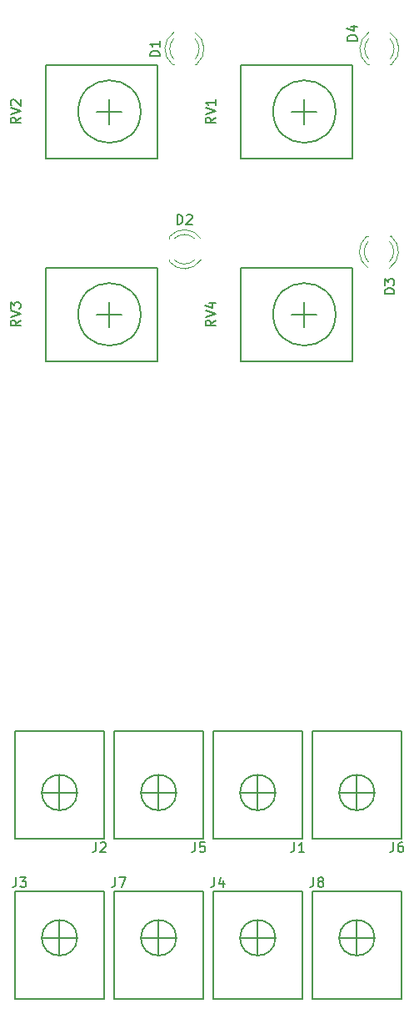
<source format=gbr>
%TF.GenerationSoftware,KiCad,Pcbnew,(5.0.1)-3*%
%TF.CreationDate,2020-04-22T23:17:11+01:00*%
%TF.ProjectId,board,626F6172642E6B696361645F70636200,rev?*%
%TF.SameCoordinates,Original*%
%TF.FileFunction,Legend,Top*%
%TF.FilePolarity,Positive*%
%FSLAX46Y46*%
G04 Gerber Fmt 4.6, Leading zero omitted, Abs format (unit mm)*
G04 Created by KiCad (PCBNEW (5.0.1)-3) date 22/04/2020 23:17:11*
%MOMM*%
%LPD*%
G01*
G04 APERTURE LIST*
%ADD10C,0.120000*%
%ADD11C,0.150000*%
G04 APERTURE END LIST*
D10*
X34227392Y-13821665D02*
G75*
G03X34070484Y-17054000I1078608J-1672335D01*
G01*
X36384608Y-13821665D02*
G75*
G02X36541516Y-17054000I-1078608J-1672335D01*
G01*
X34226163Y-14452870D02*
G75*
G03X34226000Y-16534961I1079837J-1041130D01*
G01*
X36385837Y-14452870D02*
G75*
G02X36386000Y-16534961I-1079837J-1041130D01*
G01*
X34070000Y-17054000D02*
X34226000Y-17054000D01*
X36386000Y-17054000D02*
X36542000Y-17054000D01*
X33746000Y-36894000D02*
X33746000Y-37050000D01*
X33746000Y-34578000D02*
X33746000Y-34734000D01*
X36347130Y-36893837D02*
G75*
G02X34265039Y-36894000I-1041130J1079837D01*
G01*
X36347130Y-34734163D02*
G75*
G03X34265039Y-34734000I-1041130J-1079837D01*
G01*
X36978335Y-36892608D02*
G75*
G02X33746000Y-37049516I-1672335J1078608D01*
G01*
X36978335Y-34735392D02*
G75*
G03X33746000Y-34578484I-1672335J-1078608D01*
G01*
X53995000Y-34485000D02*
X53839000Y-34485000D01*
X56311000Y-34485000D02*
X56155000Y-34485000D01*
X53995163Y-37086130D02*
G75*
G02X53995000Y-35004039I1079837J1041130D01*
G01*
X56154837Y-37086130D02*
G75*
G03X56155000Y-35004039I-1079837J1041130D01*
G01*
X53996392Y-37717335D02*
G75*
G02X53839484Y-34485000I1078608J1672335D01*
G01*
X56153608Y-37717335D02*
G75*
G03X56310516Y-34485000I-1078608J1672335D01*
G01*
X56198000Y-17054000D02*
X56354000Y-17054000D01*
X53882000Y-17054000D02*
X54038000Y-17054000D01*
X56197837Y-14452870D02*
G75*
G02X56198000Y-16534961I-1079837J-1041130D01*
G01*
X54038163Y-14452870D02*
G75*
G03X54038000Y-16534961I1079837J-1041130D01*
G01*
X56196608Y-13821665D02*
G75*
G02X56353516Y-17054000I-1078608J-1672335D01*
G01*
X54039392Y-13821665D02*
G75*
G03X53882484Y-17054000I1078608J-1672335D01*
G01*
D11*
X38256666Y-84732000D02*
X47256666Y-84732000D01*
X38256666Y-95632000D02*
X47256666Y-95632000D01*
X38256666Y-84732000D02*
X38256666Y-95632000D01*
X47256666Y-84732000D02*
X47256666Y-95632000D01*
X44556666Y-90932000D02*
G75*
G03X44556666Y-90932000I-1800000J0D01*
G01*
X42756666Y-89132000D02*
X42756666Y-92732000D01*
X40956666Y-90932000D02*
X44556666Y-90932000D01*
X20806000Y-90932000D02*
X24406000Y-90932000D01*
X22606000Y-89132000D02*
X22606000Y-92732000D01*
X24406000Y-90932000D02*
G75*
G03X24406000Y-90932000I-1800000J0D01*
G01*
X27106000Y-84732000D02*
X27106000Y-95632000D01*
X18106000Y-84732000D02*
X18106000Y-95632000D01*
X18106000Y-95632000D02*
X27106000Y-95632000D01*
X18106000Y-84732000D02*
X27106000Y-84732000D01*
X27106000Y-111864000D02*
X18106000Y-111864000D01*
X27106000Y-100964000D02*
X18106000Y-100964000D01*
X27106000Y-111864000D02*
X27106000Y-100964000D01*
X18106000Y-111864000D02*
X18106000Y-100964000D01*
X24406000Y-105664000D02*
G75*
G03X24406000Y-105664000I-1800000J0D01*
G01*
X22606000Y-107464000D02*
X22606000Y-103864000D01*
X24406000Y-105664000D02*
X20806000Y-105664000D01*
X44556666Y-105664000D02*
X40956666Y-105664000D01*
X42756666Y-107464000D02*
X42756666Y-103864000D01*
X44556666Y-105664000D02*
G75*
G03X44556666Y-105664000I-1800000J0D01*
G01*
X38256666Y-111864000D02*
X38256666Y-100964000D01*
X47256666Y-111864000D02*
X47256666Y-100964000D01*
X47256666Y-100964000D02*
X38256666Y-100964000D01*
X47256666Y-111864000D02*
X38256666Y-111864000D01*
X30881333Y-90932000D02*
X34481333Y-90932000D01*
X32681333Y-89132000D02*
X32681333Y-92732000D01*
X34481333Y-90932000D02*
G75*
G03X34481333Y-90932000I-1800000J0D01*
G01*
X37181333Y-84732000D02*
X37181333Y-95632000D01*
X28181333Y-84732000D02*
X28181333Y-95632000D01*
X28181333Y-95632000D02*
X37181333Y-95632000D01*
X28181333Y-84732000D02*
X37181333Y-84732000D01*
X48332000Y-84732000D02*
X57332000Y-84732000D01*
X48332000Y-95632000D02*
X57332000Y-95632000D01*
X48332000Y-84732000D02*
X48332000Y-95632000D01*
X57332000Y-84732000D02*
X57332000Y-95632000D01*
X54632000Y-90932000D02*
G75*
G03X54632000Y-90932000I-1800000J0D01*
G01*
X52832000Y-89132000D02*
X52832000Y-92732000D01*
X51032000Y-90932000D02*
X54632000Y-90932000D01*
X34481333Y-105664000D02*
X30881333Y-105664000D01*
X32681333Y-107464000D02*
X32681333Y-103864000D01*
X34481333Y-105664000D02*
G75*
G03X34481333Y-105664000I-1800000J0D01*
G01*
X28181333Y-111864000D02*
X28181333Y-100964000D01*
X37181333Y-111864000D02*
X37181333Y-100964000D01*
X37181333Y-100964000D02*
X28181333Y-100964000D01*
X37181333Y-111864000D02*
X28181333Y-111864000D01*
X57332000Y-111864000D02*
X48332000Y-111864000D01*
X57332000Y-100964000D02*
X48332000Y-100964000D01*
X57332000Y-111864000D02*
X57332000Y-100964000D01*
X48332000Y-111864000D02*
X48332000Y-100964000D01*
X54632000Y-105664000D02*
G75*
G03X54632000Y-105664000I-1800000J0D01*
G01*
X52832000Y-107464000D02*
X52832000Y-103864000D01*
X54632000Y-105664000D02*
X51032000Y-105664000D01*
X52348000Y-17094000D02*
X52348000Y-26594000D01*
X40998000Y-17094000D02*
X40998000Y-26594000D01*
X52348000Y-26594000D02*
X40998000Y-26594000D01*
X52348000Y-17094000D02*
X40998000Y-17094000D01*
X50673000Y-21844000D02*
G75*
G03X50673000Y-21844000I-3175000J0D01*
G01*
X48768000Y-21844000D02*
X46228000Y-21844000D01*
X47498000Y-20574000D02*
X47498000Y-23114000D01*
X27686000Y-20574000D02*
X27686000Y-23114000D01*
X28956000Y-21844000D02*
X26416000Y-21844000D01*
X30861000Y-21844000D02*
G75*
G03X30861000Y-21844000I-3175000J0D01*
G01*
X32536000Y-17094000D02*
X21186000Y-17094000D01*
X32536000Y-26594000D02*
X21186000Y-26594000D01*
X21186000Y-17094000D02*
X21186000Y-26594000D01*
X32536000Y-17094000D02*
X32536000Y-26594000D01*
X27686000Y-41148000D02*
X27686000Y-43688000D01*
X28956000Y-42418000D02*
X26416000Y-42418000D01*
X30861000Y-42418000D02*
G75*
G03X30861000Y-42418000I-3175000J0D01*
G01*
X32536000Y-37668000D02*
X21186000Y-37668000D01*
X32536000Y-47168000D02*
X21186000Y-47168000D01*
X21186000Y-37668000D02*
X21186000Y-47168000D01*
X32536000Y-37668000D02*
X32536000Y-47168000D01*
X52348000Y-37668000D02*
X52348000Y-47168000D01*
X40998000Y-37668000D02*
X40998000Y-47168000D01*
X52348000Y-47168000D02*
X40998000Y-47168000D01*
X52348000Y-37668000D02*
X40998000Y-37668000D01*
X50673000Y-42418000D02*
G75*
G03X50673000Y-42418000I-3175000J0D01*
G01*
X48768000Y-42418000D02*
X46228000Y-42418000D01*
X47498000Y-41148000D02*
X47498000Y-43688000D01*
X32798380Y-16232095D02*
X31798380Y-16232095D01*
X31798380Y-15994000D01*
X31846000Y-15851142D01*
X31941238Y-15755904D01*
X32036476Y-15708285D01*
X32226952Y-15660666D01*
X32369809Y-15660666D01*
X32560285Y-15708285D01*
X32655523Y-15755904D01*
X32750761Y-15851142D01*
X32798380Y-15994000D01*
X32798380Y-16232095D01*
X32798380Y-14708285D02*
X32798380Y-15279714D01*
X32798380Y-14994000D02*
X31798380Y-14994000D01*
X31941238Y-15089238D01*
X32036476Y-15184476D01*
X32084095Y-15279714D01*
X34567904Y-33306380D02*
X34567904Y-32306380D01*
X34806000Y-32306380D01*
X34948857Y-32354000D01*
X35044095Y-32449238D01*
X35091714Y-32544476D01*
X35139333Y-32734952D01*
X35139333Y-32877809D01*
X35091714Y-33068285D01*
X35044095Y-33163523D01*
X34948857Y-33258761D01*
X34806000Y-33306380D01*
X34567904Y-33306380D01*
X35520285Y-32401619D02*
X35567904Y-32354000D01*
X35663142Y-32306380D01*
X35901238Y-32306380D01*
X35996476Y-32354000D01*
X36044095Y-32401619D01*
X36091714Y-32496857D01*
X36091714Y-32592095D01*
X36044095Y-32734952D01*
X35472666Y-33306380D01*
X36091714Y-33306380D01*
X56642380Y-40348095D02*
X55642380Y-40348095D01*
X55642380Y-40110000D01*
X55690000Y-39967142D01*
X55785238Y-39871904D01*
X55880476Y-39824285D01*
X56070952Y-39776666D01*
X56213809Y-39776666D01*
X56404285Y-39824285D01*
X56499523Y-39871904D01*
X56594761Y-39967142D01*
X56642380Y-40110000D01*
X56642380Y-40348095D01*
X55642380Y-39443333D02*
X55642380Y-38824285D01*
X56023333Y-39157619D01*
X56023333Y-39014761D01*
X56070952Y-38919523D01*
X56118571Y-38871904D01*
X56213809Y-38824285D01*
X56451904Y-38824285D01*
X56547142Y-38871904D01*
X56594761Y-38919523D01*
X56642380Y-39014761D01*
X56642380Y-39300476D01*
X56594761Y-39395714D01*
X56547142Y-39443333D01*
X52852380Y-14638095D02*
X51852380Y-14638095D01*
X51852380Y-14400000D01*
X51900000Y-14257142D01*
X51995238Y-14161904D01*
X52090476Y-14114285D01*
X52280952Y-14066666D01*
X52423809Y-14066666D01*
X52614285Y-14114285D01*
X52709523Y-14161904D01*
X52804761Y-14257142D01*
X52852380Y-14400000D01*
X52852380Y-14638095D01*
X52185714Y-13209523D02*
X52852380Y-13209523D01*
X51804761Y-13447619D02*
X52519047Y-13685714D01*
X52519047Y-13066666D01*
X46487332Y-95972380D02*
X46487332Y-96686666D01*
X46439713Y-96829523D01*
X46344475Y-96924761D01*
X46201618Y-96972380D01*
X46106380Y-96972380D01*
X47487332Y-96972380D02*
X46915904Y-96972380D01*
X47201618Y-96972380D02*
X47201618Y-95972380D01*
X47106380Y-96115238D01*
X47011142Y-96210476D01*
X46915904Y-96258095D01*
X26336666Y-95972380D02*
X26336666Y-96686666D01*
X26289047Y-96829523D01*
X26193809Y-96924761D01*
X26050952Y-96972380D01*
X25955714Y-96972380D01*
X26765238Y-96067619D02*
X26812857Y-96020000D01*
X26908095Y-95972380D01*
X27146190Y-95972380D01*
X27241428Y-96020000D01*
X27289047Y-96067619D01*
X27336666Y-96162857D01*
X27336666Y-96258095D01*
X27289047Y-96400952D01*
X26717619Y-96972380D01*
X27336666Y-96972380D01*
X18208666Y-99528380D02*
X18208666Y-100242666D01*
X18161047Y-100385523D01*
X18065809Y-100480761D01*
X17922952Y-100528380D01*
X17827714Y-100528380D01*
X18589619Y-99528380D02*
X19208666Y-99528380D01*
X18875333Y-99909333D01*
X19018190Y-99909333D01*
X19113428Y-99956952D01*
X19161047Y-100004571D01*
X19208666Y-100099809D01*
X19208666Y-100337904D01*
X19161047Y-100433142D01*
X19113428Y-100480761D01*
X19018190Y-100528380D01*
X18732476Y-100528380D01*
X18637238Y-100480761D01*
X18589619Y-100433142D01*
X38359332Y-99528380D02*
X38359332Y-100242666D01*
X38311713Y-100385523D01*
X38216475Y-100480761D01*
X38073618Y-100528380D01*
X37978380Y-100528380D01*
X39264094Y-99861714D02*
X39264094Y-100528380D01*
X39025999Y-99480761D02*
X38787904Y-100195047D01*
X39406951Y-100195047D01*
X36411999Y-95972380D02*
X36411999Y-96686666D01*
X36364380Y-96829523D01*
X36269142Y-96924761D01*
X36126285Y-96972380D01*
X36031047Y-96972380D01*
X37364380Y-95972380D02*
X36888190Y-95972380D01*
X36840571Y-96448571D01*
X36888190Y-96400952D01*
X36983428Y-96353333D01*
X37221523Y-96353333D01*
X37316761Y-96400952D01*
X37364380Y-96448571D01*
X37411999Y-96543809D01*
X37411999Y-96781904D01*
X37364380Y-96877142D01*
X37316761Y-96924761D01*
X37221523Y-96972380D01*
X36983428Y-96972380D01*
X36888190Y-96924761D01*
X36840571Y-96877142D01*
X56562666Y-95972380D02*
X56562666Y-96686666D01*
X56515047Y-96829523D01*
X56419809Y-96924761D01*
X56276952Y-96972380D01*
X56181714Y-96972380D01*
X57467428Y-95972380D02*
X57276952Y-95972380D01*
X57181714Y-96020000D01*
X57134095Y-96067619D01*
X57038857Y-96210476D01*
X56991238Y-96400952D01*
X56991238Y-96781904D01*
X57038857Y-96877142D01*
X57086476Y-96924761D01*
X57181714Y-96972380D01*
X57372190Y-96972380D01*
X57467428Y-96924761D01*
X57515047Y-96877142D01*
X57562666Y-96781904D01*
X57562666Y-96543809D01*
X57515047Y-96448571D01*
X57467428Y-96400952D01*
X57372190Y-96353333D01*
X57181714Y-96353333D01*
X57086476Y-96400952D01*
X57038857Y-96448571D01*
X56991238Y-96543809D01*
X28283999Y-99528380D02*
X28283999Y-100242666D01*
X28236380Y-100385523D01*
X28141142Y-100480761D01*
X27998285Y-100528380D01*
X27903047Y-100528380D01*
X28664952Y-99528380D02*
X29331618Y-99528380D01*
X28903047Y-100528380D01*
X48434666Y-99528380D02*
X48434666Y-100242666D01*
X48387047Y-100385523D01*
X48291809Y-100480761D01*
X48148952Y-100528380D01*
X48053714Y-100528380D01*
X49053714Y-99956952D02*
X48958476Y-99909333D01*
X48910857Y-99861714D01*
X48863238Y-99766476D01*
X48863238Y-99718857D01*
X48910857Y-99623619D01*
X48958476Y-99576000D01*
X49053714Y-99528380D01*
X49244190Y-99528380D01*
X49339428Y-99576000D01*
X49387047Y-99623619D01*
X49434666Y-99718857D01*
X49434666Y-99766476D01*
X49387047Y-99861714D01*
X49339428Y-99909333D01*
X49244190Y-99956952D01*
X49053714Y-99956952D01*
X48958476Y-100004571D01*
X48910857Y-100052190D01*
X48863238Y-100147428D01*
X48863238Y-100337904D01*
X48910857Y-100433142D01*
X48958476Y-100480761D01*
X49053714Y-100528380D01*
X49244190Y-100528380D01*
X49339428Y-100480761D01*
X49387047Y-100433142D01*
X49434666Y-100337904D01*
X49434666Y-100147428D01*
X49387047Y-100052190D01*
X49339428Y-100004571D01*
X49244190Y-99956952D01*
X38450380Y-22439238D02*
X37974190Y-22772571D01*
X38450380Y-23010666D02*
X37450380Y-23010666D01*
X37450380Y-22629714D01*
X37498000Y-22534476D01*
X37545619Y-22486857D01*
X37640857Y-22439238D01*
X37783714Y-22439238D01*
X37878952Y-22486857D01*
X37926571Y-22534476D01*
X37974190Y-22629714D01*
X37974190Y-23010666D01*
X37450380Y-22153523D02*
X38450380Y-21820190D01*
X37450380Y-21486857D01*
X38450380Y-20629714D02*
X38450380Y-21201142D01*
X38450380Y-20915428D02*
X37450380Y-20915428D01*
X37593238Y-21010666D01*
X37688476Y-21105904D01*
X37736095Y-21201142D01*
X18638380Y-22439238D02*
X18162190Y-22772571D01*
X18638380Y-23010666D02*
X17638380Y-23010666D01*
X17638380Y-22629714D01*
X17686000Y-22534476D01*
X17733619Y-22486857D01*
X17828857Y-22439238D01*
X17971714Y-22439238D01*
X18066952Y-22486857D01*
X18114571Y-22534476D01*
X18162190Y-22629714D01*
X18162190Y-23010666D01*
X17638380Y-22153523D02*
X18638380Y-21820190D01*
X17638380Y-21486857D01*
X17733619Y-21201142D02*
X17686000Y-21153523D01*
X17638380Y-21058285D01*
X17638380Y-20820190D01*
X17686000Y-20724952D01*
X17733619Y-20677333D01*
X17828857Y-20629714D01*
X17924095Y-20629714D01*
X18066952Y-20677333D01*
X18638380Y-21248761D01*
X18638380Y-20629714D01*
X18638380Y-43013238D02*
X18162190Y-43346571D01*
X18638380Y-43584666D02*
X17638380Y-43584666D01*
X17638380Y-43203714D01*
X17686000Y-43108476D01*
X17733619Y-43060857D01*
X17828857Y-43013238D01*
X17971714Y-43013238D01*
X18066952Y-43060857D01*
X18114571Y-43108476D01*
X18162190Y-43203714D01*
X18162190Y-43584666D01*
X17638380Y-42727523D02*
X18638380Y-42394190D01*
X17638380Y-42060857D01*
X17638380Y-41822761D02*
X17638380Y-41203714D01*
X18019333Y-41537047D01*
X18019333Y-41394190D01*
X18066952Y-41298952D01*
X18114571Y-41251333D01*
X18209809Y-41203714D01*
X18447904Y-41203714D01*
X18543142Y-41251333D01*
X18590761Y-41298952D01*
X18638380Y-41394190D01*
X18638380Y-41679904D01*
X18590761Y-41775142D01*
X18543142Y-41822761D01*
X38450380Y-43013238D02*
X37974190Y-43346571D01*
X38450380Y-43584666D02*
X37450380Y-43584666D01*
X37450380Y-43203714D01*
X37498000Y-43108476D01*
X37545619Y-43060857D01*
X37640857Y-43013238D01*
X37783714Y-43013238D01*
X37878952Y-43060857D01*
X37926571Y-43108476D01*
X37974190Y-43203714D01*
X37974190Y-43584666D01*
X37450380Y-42727523D02*
X38450380Y-42394190D01*
X37450380Y-42060857D01*
X37783714Y-41298952D02*
X38450380Y-41298952D01*
X37402761Y-41537047D02*
X38117047Y-41775142D01*
X38117047Y-41156095D01*
M02*

</source>
